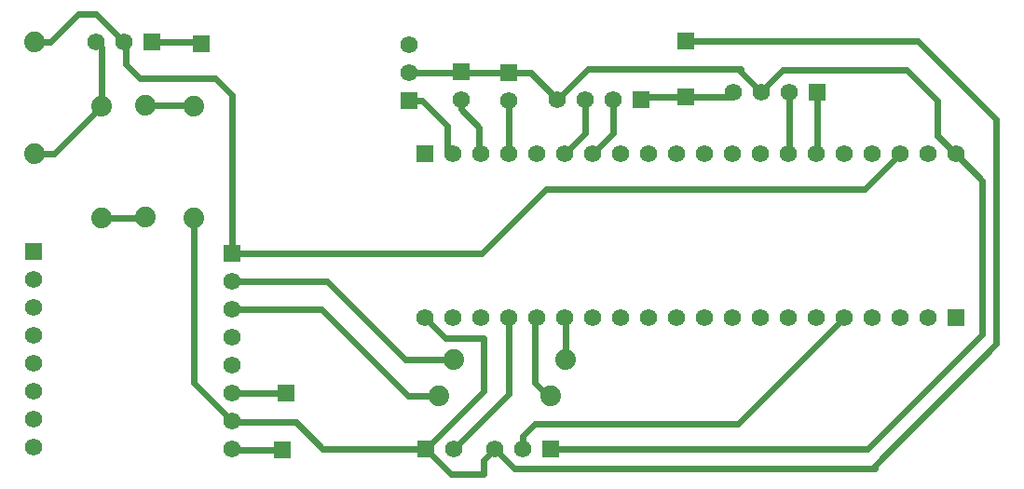
<source format=gtl>
G04 Layer: TopLayer*
G04 EasyEDA v6.5.22, 2023-05-12 10:20:37*
G04 d26d94e297664bcd9bbc3ef6a8ca1e7a,10*
G04 Gerber Generator version 0.2*
G04 Scale: 100 percent, Rotated: No, Reflected: No *
G04 Dimensions in millimeters *
G04 leading zeros omitted , absolute positions ,4 integer and 5 decimal *
%FSLAX45Y45*%
%MOMM*%

%ADD10C,0.6000*%
%ADD11R,1.5748X1.5748*%
%ADD12C,1.5748*%
%ADD13C,1.8796*%

%LPD*%
D10*
X4216400Y622300D02*
G01*
X4445000Y393700D01*
X4737100Y393700D01*
X4737100Y520700D01*
X4838700Y622300D01*
X4216400Y622300D02*
G01*
X4737100Y1143000D01*
X4737100Y1625600D01*
X4394200Y1625600D01*
X4203700Y1816100D01*
X4838700Y622300D02*
G01*
X5016500Y444500D01*
X8293100Y444500D01*
X8293100Y469900D01*
X9398000Y1574800D01*
X9398000Y3619500D01*
X8686800Y4330700D01*
X6578600Y4330700D01*
X7010400Y3860800D02*
G01*
X6972300Y3822700D01*
X6578600Y3822700D01*
X6172200Y3797300D02*
G01*
X6197600Y3822700D01*
X6578600Y3822700D01*
X5410200Y3797300D02*
G01*
X5689600Y4076700D01*
X7073900Y4076700D01*
X7073900Y4051300D01*
X7264400Y3860800D01*
X7264400Y3860800D02*
G01*
X7264400Y3873500D01*
X7454900Y4064000D01*
X8585200Y4064000D01*
X8864600Y3784600D01*
X8864600Y3467100D01*
X9029700Y3302000D01*
X4064000Y4038600D02*
G01*
X4521200Y4038600D01*
X4533900Y4051300D01*
X5410200Y3797300D02*
G01*
X5168900Y4038600D01*
X4965700Y4038600D01*
X4064000Y3784600D02*
G01*
X4178300Y3784600D01*
X4406900Y3556000D01*
X4406900Y3352800D01*
X4457700Y3302000D01*
X4533900Y3797300D02*
G01*
X4533900Y3708400D01*
X4699000Y3543300D01*
X4699000Y3314700D01*
X4711700Y3302000D01*
X4965700Y3784600D02*
G01*
X4965700Y3302000D01*
X5664200Y3797300D02*
G01*
X5664200Y3492500D01*
X5473700Y3302000D01*
X5918200Y3797300D02*
G01*
X5918200Y3492500D01*
X5727700Y3302000D01*
X7518400Y3860800D02*
G01*
X7518400Y3314700D01*
X7505700Y3302000D01*
X7772400Y3860800D02*
G01*
X7772400Y3314700D01*
X7759700Y3302000D01*
X1270000Y3733800D02*
G01*
X1270000Y4267200D01*
X1219200Y4318000D01*
X2451100Y2400300D02*
G01*
X2451100Y3835400D01*
X2298700Y3987800D01*
X1612900Y3987800D01*
X1485900Y4114800D01*
X1485900Y4305300D01*
X1473200Y4318000D01*
X2451100Y876300D02*
G01*
X2108200Y1219200D01*
X2108200Y2717800D01*
X1663700Y3746500D02*
G01*
X2095500Y3746500D01*
X2108200Y3733800D01*
X1270000Y2717800D02*
G01*
X1651000Y2717800D01*
X1663700Y2730500D01*
X660400Y3302000D02*
G01*
X838200Y3302000D01*
X1270000Y3733800D01*
X660400Y4318000D02*
G01*
X800100Y4318000D01*
X1054100Y4572000D01*
X1219200Y4572000D01*
X1473200Y4318000D01*
X2171700Y4305300D02*
G01*
X2159000Y4318000D01*
X1727200Y4318000D01*
X2451100Y2400300D02*
G01*
X4724400Y2400300D01*
X5308600Y2984500D01*
X8204200Y2984500D01*
X8521700Y3302000D01*
X4216400Y622300D02*
G01*
X3276600Y622300D01*
X3035300Y863600D01*
X2463800Y863600D01*
X2451100Y876300D01*
X4330700Y1104900D02*
G01*
X4051300Y1104900D01*
X3263900Y1892300D01*
X2451100Y1892300D01*
X4470400Y1435100D02*
G01*
X4025900Y1435100D01*
X3314700Y2146300D01*
X2451100Y2146300D01*
X5486400Y1435100D02*
G01*
X5486400Y1803400D01*
X5473700Y1816100D01*
X5346700Y1104900D02*
G01*
X5321300Y1104900D01*
X5207000Y1219200D01*
X5207000Y1803400D01*
X5219700Y1816100D01*
X4470400Y622300D02*
G01*
X4965700Y1117600D01*
X4965700Y1816100D01*
X5346700Y622300D02*
G01*
X8229600Y622300D01*
X9271000Y1663700D01*
X9271000Y3060700D01*
X9029700Y3302000D01*
X5092700Y622300D02*
G01*
X5092700Y736600D01*
X5207000Y850900D01*
X7048500Y850900D01*
X8013700Y1816100D01*
X2908300Y609600D02*
G01*
X2463800Y609600D01*
X2451100Y622300D01*
X2946400Y1130300D02*
G01*
X2451100Y1130300D01*
X4965700Y4038600D02*
G01*
X4546600Y4038600D01*
X4533900Y4051300D01*
D11*
G01*
X6578600Y4330700D03*
G01*
X4965700Y4038600D03*
D12*
G01*
X4965700Y3784600D03*
D11*
G01*
X4533900Y4051300D03*
D12*
G01*
X4533900Y3797300D03*
D11*
G01*
X647700Y2413000D03*
D12*
G01*
X647700Y2159000D03*
G01*
X647700Y1905000D03*
G01*
X647700Y1651000D03*
G01*
X647700Y1397000D03*
G01*
X647700Y1143000D03*
G01*
X647700Y889000D03*
G01*
X647700Y635000D03*
D11*
G01*
X2451100Y2400300D03*
D12*
G01*
X2451100Y2146300D03*
G01*
X2451100Y1892300D03*
G01*
X2451100Y1638300D03*
G01*
X2451100Y1384300D03*
G01*
X2451100Y1130300D03*
G01*
X2451100Y876300D03*
G01*
X2451100Y622300D03*
G01*
X9029700Y3302000D03*
G01*
X8775700Y3302000D03*
G01*
X8521700Y3302000D03*
G01*
X8267700Y3302000D03*
G01*
X8013700Y3302000D03*
G01*
X7759700Y3302000D03*
G01*
X7505700Y3302000D03*
G01*
X7251700Y3302000D03*
G01*
X6997700Y3302000D03*
G01*
X6743700Y3302000D03*
G01*
X6489700Y3302000D03*
G01*
X6235700Y3302000D03*
G01*
X5981700Y3302000D03*
G01*
X5727700Y3302000D03*
G01*
X5473700Y3302000D03*
G01*
X5219700Y3302000D03*
G01*
X4965700Y3302000D03*
G01*
X4711700Y3302000D03*
G01*
X4457700Y3302000D03*
D11*
G01*
X4203700Y3302000D03*
D12*
G01*
X4203700Y1816100D03*
G01*
X4457700Y1816100D03*
G01*
X4711700Y1816100D03*
G01*
X4965700Y1816100D03*
G01*
X5219700Y1816100D03*
G01*
X5473700Y1816100D03*
G01*
X5727700Y1816100D03*
G01*
X5981700Y1816100D03*
G01*
X6235700Y1816100D03*
G01*
X6489700Y1816100D03*
G01*
X6743700Y1816100D03*
G01*
X6997700Y1816100D03*
G01*
X7251700Y1816100D03*
G01*
X7505700Y1816100D03*
G01*
X7759700Y1816100D03*
G01*
X8013700Y1816100D03*
G01*
X8267700Y1816100D03*
G01*
X8521700Y1816100D03*
G01*
X8775700Y1816100D03*
D11*
G01*
X9029700Y1816100D03*
G01*
X7772400Y3860800D03*
D12*
G01*
X7518400Y3860800D03*
G01*
X7264400Y3860800D03*
G01*
X7010400Y3860800D03*
D11*
G01*
X6172200Y3797300D03*
D12*
G01*
X5918200Y3797300D03*
G01*
X5664200Y3797300D03*
G01*
X5410200Y3797300D03*
D13*
G01*
X5486400Y1435100D03*
G01*
X4470400Y1435100D03*
G01*
X5346700Y1104900D03*
G01*
X4330700Y1104900D03*
D11*
G01*
X5346700Y622300D03*
D12*
G01*
X5092700Y622300D03*
G01*
X4838700Y622300D03*
D11*
G01*
X4064000Y3784600D03*
D12*
G01*
X4064000Y4038600D03*
G01*
X4064000Y4292600D03*
D11*
G01*
X2908300Y609600D03*
G01*
X2946400Y1130300D03*
D13*
G01*
X660400Y3302000D03*
G01*
X660400Y4318000D03*
G01*
X1270000Y3733800D03*
G01*
X1270000Y2717800D03*
G01*
X1663700Y3746500D03*
G01*
X1663700Y2730500D03*
G01*
X2108200Y3733800D03*
G01*
X2108200Y2717800D03*
D11*
G01*
X2171700Y4305300D03*
G01*
X1727200Y4318000D03*
D12*
G01*
X1473200Y4318000D03*
G01*
X1219200Y4318000D03*
D11*
G01*
X6578600Y3822700D03*
G01*
X4216400Y622300D03*
D12*
G01*
X4470400Y622300D03*
M02*

</source>
